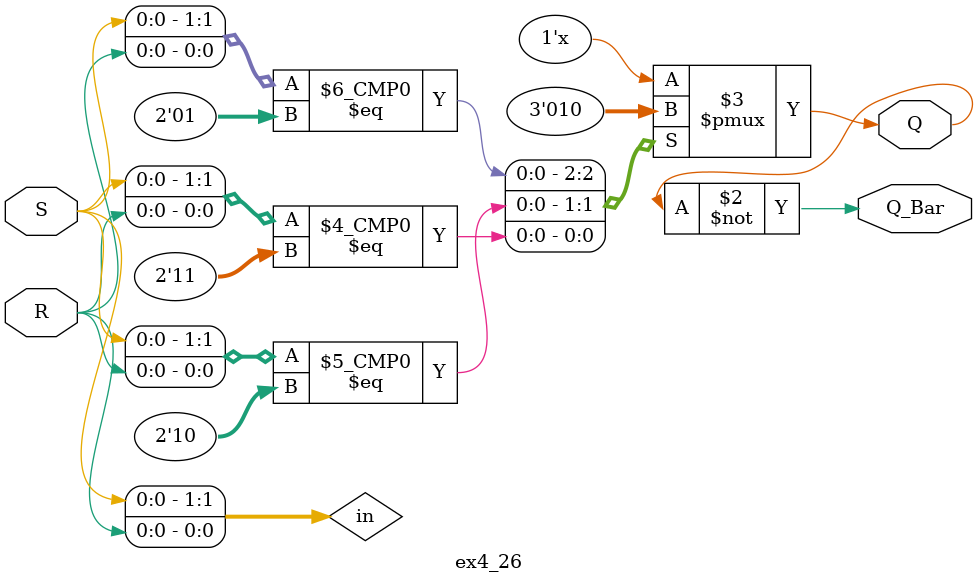
<source format=v>
module ex4_26 (
	input S, R,
	output reg Q, Q_Bar
	);
       wire [1:0] in;
       assign in = {S,R};
       always @(*) 
       	case(in)
       	2'b00: Q <= Q;
       	2'b01: Q <= 1'b0;
       	2'b10: Q <= 1'b1;
       	2'b11: Q <= 1'b0;
       endcase
       assign Q_Bar = ~Q;

endmodule       
</source>
